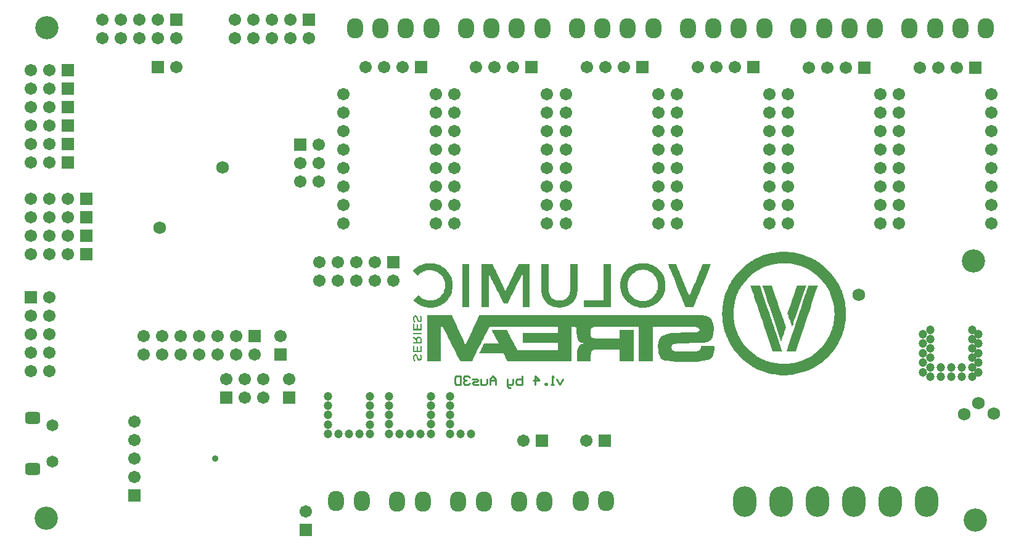
<source format=gbs>
G04 Layer_Color=16711935*
%FSLAX44Y44*%
%MOMM*%
G71*
G01*
G75*
%ADD49C,0.2540*%
%ADD118R,1.7032X1.7032*%
%ADD144O,3.2032X4.2032*%
%ADD145C,1.7128*%
%ADD146R,1.7032X1.7032*%
%ADD147C,1.7032*%
%ADD148O,2.2032X2.8032*%
%ADD149C,3.2032*%
%ADD150C,1.7272*%
%ADD151C,1.2032*%
G04:AMPARAMS|DCode=152|XSize=1.7032mm|YSize=2.1032mm|CornerRadius=0.4766mm|HoleSize=0mm|Usage=FLASHONLY|Rotation=90.000|XOffset=0mm|YOffset=0mm|HoleType=Round|Shape=RoundedRectangle|*
%AMROUNDEDRECTD152*
21,1,1.7032,1.1500,0,0,90.0*
21,1,0.7500,2.1032,0,0,90.0*
1,1,0.9532,0.5750,0.3750*
1,1,0.9532,0.5750,-0.3750*
1,1,0.9532,-0.5750,-0.3750*
1,1,0.9532,-0.5750,0.3750*
%
%ADD152ROUNDEDRECTD152*%
%ADD153C,1.6532*%
%ADD154C,0.9032*%
G36*
X602450Y292399D02*
Y291649D01*
Y291349D01*
Y291199D01*
X590452D01*
Y292099D01*
Y292849D01*
Y293149D01*
Y293299D01*
X602450D01*
Y292399D01*
D02*
G37*
G36*
X592401Y287299D02*
X593751Y286249D01*
X594501Y285649D01*
X594801Y285349D01*
X595101Y286249D01*
X595551Y286999D01*
X595851Y287299D01*
X596001Y287449D01*
X596751Y287899D01*
X597651Y288049D01*
X598101Y288199D01*
X599151D01*
X599751Y288049D01*
X600051Y287899D01*
X600201D01*
X600651Y287599D01*
X601101Y287299D01*
X601251Y286999D01*
X601401Y286849D01*
X601701Y286249D01*
X602001Y285799D01*
X602150Y285349D01*
Y285199D01*
X602300Y284449D01*
X602450Y283699D01*
Y283099D01*
Y282799D01*
Y280850D01*
Y279500D01*
Y278600D01*
Y278300D01*
X590452D01*
Y279200D01*
Y279800D01*
Y280100D01*
Y280250D01*
X594501D01*
Y281450D01*
Y282350D01*
Y282950D01*
Y283099D01*
X592701Y284299D01*
X591501Y285199D01*
X590751Y285799D01*
X590452Y285949D01*
Y287149D01*
Y288049D01*
Y288499D01*
Y288649D01*
X592401Y287299D01*
D02*
G37*
G36*
X594651Y317297D02*
X594951Y317147D01*
X595101Y316997D01*
X595701Y316697D01*
X596001Y316547D01*
Y316397D01*
X596601Y315647D01*
X596901Y315347D01*
Y315197D01*
X597201Y313997D01*
X597351Y313547D01*
Y313397D01*
X597501Y312797D01*
X597651Y312347D01*
X597801Y312047D01*
Y311897D01*
X597951Y311297D01*
Y310997D01*
X598101Y310847D01*
X598551Y310547D01*
X598701Y310397D01*
X599001Y310247D01*
X599301D01*
X599901Y310397D01*
X600051D01*
X600351Y310697D01*
X600501Y310847D01*
Y310997D01*
Y311297D01*
X600651Y311447D01*
Y311597D01*
X600801Y312047D01*
Y312347D01*
X600651Y312947D01*
Y313247D01*
Y314147D01*
X600801Y314297D01*
Y314447D01*
X600651Y315047D01*
X600501Y315347D01*
X600201Y315797D01*
X600051Y315947D01*
X600651Y316397D01*
X601101Y316697D01*
X601251Y316997D01*
X601401D01*
X601701Y316397D01*
X601851Y316247D01*
X602001Y316097D01*
X602300Y315347D01*
X602450Y315047D01*
Y314897D01*
X602601Y314147D01*
Y313847D01*
Y313697D01*
X602751Y312947D01*
Y312647D01*
Y312497D01*
X602601Y311447D01*
Y310997D01*
Y310847D01*
X602450Y310247D01*
X602300Y309797D01*
X602001Y309647D01*
Y309497D01*
X601101Y308747D01*
X600951Y308597D01*
X600801Y308447D01*
X600351Y308147D01*
X599751Y307997D01*
X598701D01*
X598251Y308147D01*
X597951Y308297D01*
X597801D01*
X597351Y308597D01*
X597051Y308897D01*
X596901Y309197D01*
Y309347D01*
X596751Y309647D01*
X596601Y309797D01*
X596301Y310397D01*
X596151Y310547D01*
X595851Y310997D01*
Y311297D01*
X595701Y312197D01*
X595551Y312497D01*
Y312647D01*
X595401Y313547D01*
X595251Y313697D01*
Y313847D01*
X595101Y314297D01*
Y314447D01*
X594951Y314597D01*
X594651Y314897D01*
X594501Y315047D01*
X593301D01*
X593151Y314897D01*
X592851Y314597D01*
X592701Y314447D01*
X592401Y313997D01*
X592251Y313847D01*
Y313697D01*
X592101Y313097D01*
Y312947D01*
Y312797D01*
Y312047D01*
X592251Y311447D01*
X592401Y310997D01*
X592551Y310847D01*
X593001Y310247D01*
X593451Y309647D01*
X593751Y309197D01*
X593901Y309047D01*
X593151Y308447D01*
X592701Y307847D01*
X592401Y307697D01*
X592251Y307547D01*
X591651Y308447D01*
X591202Y309197D01*
X591051Y309797D01*
X590901Y310097D01*
X590602Y310997D01*
X590302Y311897D01*
Y312497D01*
Y312797D01*
Y313547D01*
X590452Y314147D01*
X590602Y314597D01*
X590751Y314747D01*
X591051Y315647D01*
X591202Y315947D01*
X591351Y316097D01*
X592101Y316697D01*
X592251Y316997D01*
X592401D01*
X592851Y317297D01*
X593301Y317446D01*
X594351D01*
X594651Y317297D01*
D02*
G37*
G36*
X592401Y304398D02*
Y303048D01*
Y301848D01*
Y300798D01*
Y300048D01*
Y299448D01*
Y299148D01*
Y298998D01*
X595551D01*
Y300348D01*
Y301548D01*
Y302598D01*
Y303498D01*
Y304098D01*
Y304548D01*
Y304848D01*
Y304998D01*
X597351D01*
Y303648D01*
Y302448D01*
Y301398D01*
Y300498D01*
Y299898D01*
Y299448D01*
Y299148D01*
Y298998D01*
X600501D01*
Y300648D01*
Y301998D01*
Y303048D01*
Y303948D01*
Y304698D01*
Y305148D01*
Y305448D01*
Y305598D01*
X602450D01*
Y303498D01*
Y301848D01*
Y300348D01*
Y298998D01*
Y298098D01*
Y297498D01*
Y297048D01*
Y296898D01*
X590452D01*
Y298998D01*
Y300798D01*
Y302448D01*
Y303798D01*
Y304698D01*
Y305448D01*
Y305898D01*
Y306047D01*
X592401D01*
Y304398D01*
D02*
G37*
G36*
X594651Y264051D02*
X594951Y263901D01*
X595101Y263751D01*
X595701Y263451D01*
X596001Y263301D01*
Y263151D01*
X596601Y262401D01*
X596901Y262101D01*
Y261951D01*
X597201Y260751D01*
X597351Y260301D01*
Y260152D01*
X597501Y259552D01*
X597651Y259102D01*
X597801Y258802D01*
Y258652D01*
X597951Y258202D01*
Y257902D01*
X598101Y257602D01*
X598551Y257302D01*
X598701Y257152D01*
X599001Y257002D01*
X599301D01*
X599901Y257152D01*
X600051D01*
X600351Y257452D01*
X600501Y257602D01*
Y258052D01*
X600651Y258202D01*
X600801Y258802D01*
Y259102D01*
X600651Y259701D01*
Y260002D01*
Y260751D01*
X600801Y261051D01*
Y261201D01*
X600651Y261951D01*
X600501Y262101D01*
X600201Y262551D01*
X600051Y262701D01*
X600651Y263151D01*
X601101Y263451D01*
X601251Y263751D01*
X601401D01*
X601701Y263151D01*
X601851Y263001D01*
X602001Y262851D01*
X602300Y262101D01*
X602450Y261951D01*
Y261801D01*
X602601Y260901D01*
Y260602D01*
Y260452D01*
X602751Y259701D01*
Y259402D01*
Y259252D01*
Y258652D01*
X602601Y258052D01*
Y257752D01*
Y257602D01*
X602300Y256702D01*
X602001Y256402D01*
Y256252D01*
X601551Y255802D01*
X601101Y255502D01*
X600951Y255202D01*
X600801D01*
X599751Y254902D01*
X598701D01*
X598251Y255052D01*
X597801D01*
X597351Y255352D01*
X597051Y255652D01*
X596901Y255952D01*
Y256102D01*
X596751Y256402D01*
X596601Y256552D01*
X596301Y257152D01*
X596151Y257302D01*
X595851Y257752D01*
Y258052D01*
X595701Y258952D01*
X595551Y259252D01*
Y259402D01*
X595401Y260301D01*
X595251Y260452D01*
Y260602D01*
X595101Y261201D01*
X594951Y261501D01*
X594651Y261651D01*
X594501Y261801D01*
X594051Y261951D01*
X593451D01*
X593301Y261801D01*
X593151Y261651D01*
X592851Y261351D01*
X592701Y261201D01*
X592401Y260751D01*
X592251Y260602D01*
Y260452D01*
X592101Y259851D01*
Y259701D01*
Y259552D01*
Y258802D01*
X592251Y258202D01*
X592401Y257752D01*
X592551Y257602D01*
X593001Y257002D01*
X593451Y256402D01*
X593751Y255952D01*
X593901Y255802D01*
X593151Y255202D01*
X592701Y254602D01*
X592401Y254452D01*
X592251Y254302D01*
X591651Y255202D01*
X591202Y255952D01*
X591051Y256552D01*
X590901Y256852D01*
X590602Y257752D01*
X590302Y258652D01*
Y259252D01*
Y259552D01*
Y260301D01*
X590452Y260901D01*
X590602Y261351D01*
X590751Y261501D01*
X591051Y262401D01*
X591202Y262701D01*
X591351Y262851D01*
X592101Y263601D01*
X592251Y263751D01*
X592401D01*
X592851Y264051D01*
X593301Y264201D01*
X594351D01*
X594651Y264051D01*
D02*
G37*
G36*
X1104457Y404739D02*
X1108657Y404439D01*
X1112556Y403839D01*
X1116456Y403089D01*
X1120056Y402339D01*
X1123505Y401439D01*
X1126805Y400389D01*
X1129805Y399339D01*
X1132505Y398289D01*
X1134904Y397240D01*
X1137154Y396340D01*
X1138954Y395590D01*
X1140304Y394840D01*
X1141354Y394240D01*
X1141954Y393940D01*
X1142254Y393790D01*
X1145703Y391690D01*
X1149003Y389290D01*
X1152003Y387040D01*
X1155003Y384491D01*
X1157552Y382091D01*
X1160102Y379691D01*
X1162352Y377291D01*
X1164452Y375042D01*
X1166252Y372792D01*
X1167902Y370842D01*
X1169251Y369042D01*
X1170301Y367542D01*
X1171201Y366342D01*
X1171801Y365292D01*
X1172251Y364692D01*
X1172401Y364543D01*
X1174501Y360793D01*
X1176451Y357193D01*
X1178101Y353593D01*
X1179451Y350294D01*
X1180050Y348794D01*
X1180500Y347594D01*
X1180950Y346394D01*
X1181250Y345344D01*
X1181550Y344444D01*
X1181700Y343844D01*
X1181850Y343544D01*
Y343394D01*
X1182900Y339195D01*
X1183800Y334995D01*
X1184400Y330945D01*
X1184700Y327346D01*
X1184850Y325696D01*
X1185000Y324196D01*
Y322996D01*
X1185150Y321796D01*
Y320896D01*
Y320296D01*
Y319846D01*
Y319696D01*
X1185000Y315197D01*
X1184700Y310847D01*
X1184100Y306798D01*
X1183500Y303348D01*
X1183200Y301698D01*
X1182900Y300348D01*
X1182600Y299148D01*
X1182300Y298098D01*
X1182150Y297198D01*
X1182000Y296598D01*
X1181850Y296298D01*
Y296148D01*
X1180500Y291949D01*
X1179000Y288049D01*
X1177351Y284449D01*
X1175851Y281300D01*
X1175101Y279950D01*
X1174501Y278750D01*
X1173901Y277550D01*
X1173451Y276650D01*
X1173001Y276050D01*
X1172701Y275450D01*
X1172401Y275150D01*
Y275000D01*
X1170151Y271700D01*
X1167902Y268551D01*
X1165352Y265701D01*
X1162952Y262851D01*
X1160402Y260301D01*
X1157852Y257902D01*
X1155453Y255652D01*
X1153053Y253702D01*
X1150803Y251902D01*
X1148703Y250402D01*
X1146903Y249053D01*
X1145253Y247853D01*
X1143904Y247103D01*
X1143004Y246353D01*
X1142254Y246053D01*
X1142104Y245903D01*
X1138504Y243953D01*
X1134904Y242303D01*
X1131155Y240803D01*
X1127555Y239603D01*
X1123955Y238553D01*
X1120506Y237653D01*
X1117206Y236903D01*
X1114056Y236304D01*
X1111056Y235854D01*
X1108507Y235554D01*
X1106107Y235254D01*
X1104157Y235104D01*
X1102507D01*
X1101307Y234954D01*
X1100257D01*
X1095908Y235104D01*
X1091858Y235404D01*
X1087808Y236004D01*
X1083909Y236754D01*
X1080309Y237504D01*
X1076709Y238403D01*
X1073560Y239453D01*
X1070560Y240503D01*
X1067860Y241553D01*
X1065310Y242603D01*
X1063211Y243503D01*
X1061411Y244253D01*
X1060061Y245003D01*
X1059011Y245603D01*
X1058261Y245903D01*
X1058111Y246053D01*
X1054661Y248153D01*
X1051362Y250552D01*
X1048212Y252802D01*
X1045362Y255352D01*
X1042662Y257752D01*
X1040113Y260152D01*
X1037863Y262551D01*
X1035763Y264801D01*
X1033963Y266901D01*
X1032313Y268851D01*
X1030963Y270651D01*
X1029913Y272150D01*
X1029014Y273350D01*
X1028264Y274400D01*
X1027964Y275000D01*
X1027814Y275150D01*
X1025714Y278750D01*
X1023764Y282500D01*
X1022114Y285949D01*
X1020764Y289249D01*
X1020314Y290749D01*
X1019714Y292099D01*
X1019414Y293149D01*
X1018964Y294198D01*
X1018664Y295098D01*
X1018514Y295698D01*
X1018364Y295998D01*
Y296148D01*
X1017315Y300498D01*
X1016415Y304698D01*
X1015815Y308597D01*
X1015515Y312197D01*
X1015365Y313847D01*
X1015215Y315197D01*
Y316547D01*
X1015065Y317596D01*
Y318496D01*
Y319096D01*
Y319546D01*
Y319696D01*
X1015215Y324346D01*
X1015515Y328696D01*
X1016115Y332745D01*
X1016715Y336345D01*
X1017015Y337845D01*
X1017315Y339345D01*
X1017615Y340545D01*
X1017915Y341594D01*
X1018064Y342344D01*
X1018214Y343094D01*
X1018364Y343394D01*
Y343544D01*
X1019714Y347744D01*
X1021364Y351644D01*
X1022864Y355243D01*
X1024364Y358393D01*
X1025114Y359743D01*
X1025714Y360943D01*
X1026314Y361993D01*
X1026764Y362893D01*
X1027214Y363643D01*
X1027514Y364092D01*
X1027814Y364393D01*
Y364543D01*
X1030063Y367842D01*
X1032313Y370992D01*
X1034713Y373992D01*
X1037263Y376841D01*
X1039813Y379391D01*
X1042362Y381791D01*
X1044762Y384041D01*
X1047162Y385991D01*
X1049412Y387790D01*
X1051512Y389440D01*
X1053311Y390640D01*
X1054961Y391840D01*
X1056311Y392590D01*
X1057211Y393340D01*
X1057961Y393640D01*
X1058111Y393790D01*
X1061711Y395740D01*
X1065460Y397390D01*
X1069060Y398890D01*
X1072660Y400239D01*
X1076259Y401289D01*
X1079859Y402189D01*
X1083159Y402939D01*
X1086309Y403539D01*
X1089308Y403989D01*
X1092008Y404289D01*
X1094258Y404589D01*
X1096358Y404739D01*
X1098008Y404889D01*
X1100257D01*
X1104457Y404739D01*
D02*
G37*
G36*
X991067Y316997D02*
X993017Y316547D01*
X994667Y316097D01*
X996016Y315497D01*
X996916Y315047D01*
X997516Y314747D01*
X997666Y314597D01*
X998566Y313847D01*
X999316Y313097D01*
X1000516Y311597D01*
X1000966Y310997D01*
X1001266Y310397D01*
X1001416Y310097D01*
Y309947D01*
X1002166Y307697D01*
X1002766Y305598D01*
X1002916Y304698D01*
X1003066Y303948D01*
X1003216Y303498D01*
Y303348D01*
X1003516Y301998D01*
X1003666Y300798D01*
Y299898D01*
Y299748D01*
Y299598D01*
Y298248D01*
Y297198D01*
X1003516Y296448D01*
Y296298D01*
Y296148D01*
X1003216Y294499D01*
X1003066Y292999D01*
X1002916Y291649D01*
X1002616Y290599D01*
X1002466Y289699D01*
Y288949D01*
X1002316Y288499D01*
Y288349D01*
X1002016Y287149D01*
X1001416Y286249D01*
X1000366Y284449D01*
X999766Y283849D01*
X999316Y283400D01*
X999016Y283099D01*
X998866Y282950D01*
X997366Y281900D01*
X995866Y281150D01*
X995266Y280850D01*
X994817Y280700D01*
X994517Y280550D01*
X994367D01*
X992417Y280100D01*
X990617Y279950D01*
X989867Y279800D01*
X989267Y279650D01*
X988817D01*
X984617Y279350D01*
X982667Y279200D01*
X970369D01*
X968719Y279050D01*
X967219Y278900D01*
X966169Y278750D01*
X965569Y278600D01*
X965269D01*
X964069Y278450D01*
X963019D01*
X962119Y278300D01*
X960320D01*
X958970Y278450D01*
X954770D01*
X953420Y278300D01*
X952220D01*
X951320Y278150D01*
X950570D01*
X950120Y278000D01*
X949970D01*
X948771Y277850D01*
X947870Y277550D01*
X947121Y277100D01*
X946521Y276650D01*
X946221Y276200D01*
X945921Y275750D01*
X945771Y275600D01*
Y275450D01*
X945621Y273950D01*
Y272750D01*
X945771Y271850D01*
Y271700D01*
Y271551D01*
X946221Y270351D01*
X946671Y269601D01*
X947121Y269151D01*
X947271Y269001D01*
X948471Y268551D01*
X949820Y268251D01*
X950420Y268101D01*
X958970D01*
X961519Y267951D01*
X962719D01*
X963619Y267801D01*
X976818D01*
X978618Y267951D01*
X979218D01*
X979818Y268101D01*
X980268D01*
X981168Y268251D01*
X981918Y268401D01*
X982968Y268701D01*
X983568Y269001D01*
X983717Y269151D01*
X984467Y269901D01*
X984917Y270801D01*
X985217Y271401D01*
X985367Y271700D01*
X985667Y273050D01*
X985817Y274250D01*
Y275150D01*
Y275300D01*
Y275450D01*
X1004116D01*
X1004416Y274100D01*
Y272750D01*
Y272300D01*
Y271850D01*
Y271551D01*
Y271401D01*
X1004266Y269751D01*
X1004116Y268551D01*
X1003966Y267801D01*
Y267501D01*
X1003666Y265701D01*
X1003216Y264201D01*
X1002766Y262851D01*
X1002316Y261651D01*
X1001716Y260602D01*
X1001266Y259701D01*
X1000066Y258352D01*
X999016Y257452D01*
X998116Y256852D01*
X997516Y256702D01*
X997366Y256552D01*
X995266Y256102D01*
X992867Y255502D01*
X990467Y255052D01*
X988067Y254602D01*
X985967Y254302D01*
X984167Y254002D01*
X983568Y253852D01*
X983118Y253702D01*
X978618D01*
X977118Y253552D01*
X950120D01*
X947721Y253852D01*
X945321Y254302D01*
X943371Y254452D01*
X941571Y254752D01*
X940071Y254902D01*
X939021D01*
X938421Y255052D01*
X938121D01*
X936172Y255352D01*
X934522Y256102D01*
X933022Y256852D01*
X931822Y257902D01*
X930922Y258802D01*
X930322Y259552D01*
X929872Y260152D01*
X929722Y260301D01*
X928972Y261951D01*
X928372Y263451D01*
X928222Y264201D01*
X928072Y264651D01*
X927922Y264951D01*
Y265101D01*
X927622Y267201D01*
X927322Y269151D01*
Y269901D01*
X927172Y270501D01*
Y270801D01*
Y270951D01*
X927022Y273200D01*
Y275150D01*
Y276950D01*
X927172Y278600D01*
X927472Y280100D01*
X927772Y281450D01*
X928072Y282649D01*
X928372Y283549D01*
X928972Y285199D01*
X929722Y286399D01*
X930172Y286999D01*
X930322Y287149D01*
X931972Y288499D01*
X934072Y289699D01*
X936471Y290749D01*
X938721Y291499D01*
X940821Y292099D01*
X942471Y292549D01*
X943221Y292699D01*
X943671Y292849D01*
X944121D01*
X946521Y292999D01*
X948471D01*
X949370Y293149D01*
X950570D01*
X952970Y293299D01*
X954020Y293449D01*
X957020D01*
X958520Y293599D01*
X961369D01*
X963019Y293749D01*
X965719D01*
X969319Y294049D01*
X971118Y294198D01*
X974268D01*
X975468Y294049D01*
X978618D01*
X980418Y294349D01*
X981768Y294799D01*
X982818Y295398D01*
X983568Y296148D01*
X984167Y296598D01*
X984317Y297048D01*
X984467Y297198D01*
X984017Y298548D01*
X983418Y299448D01*
X982368Y300198D01*
X981318Y300648D01*
X980418Y300948D01*
X979518Y301098D01*
X978918Y301248D01*
X920273D01*
Y296898D01*
Y292699D01*
Y288649D01*
Y285199D01*
Y283549D01*
Y282200D01*
Y281000D01*
Y279800D01*
Y279050D01*
Y278450D01*
Y278000D01*
Y277850D01*
Y273500D01*
Y269301D01*
Y265251D01*
Y261651D01*
Y260152D01*
Y258652D01*
Y257452D01*
Y256402D01*
Y255502D01*
Y254902D01*
Y254452D01*
Y254302D01*
X900175D01*
Y258652D01*
Y263001D01*
Y266901D01*
Y270501D01*
Y272150D01*
Y273500D01*
Y274850D01*
Y275900D01*
Y276650D01*
Y277400D01*
Y277700D01*
Y277850D01*
Y282200D01*
Y286399D01*
Y290449D01*
Y293899D01*
Y295548D01*
Y296898D01*
Y298248D01*
Y299298D01*
Y300048D01*
Y300798D01*
Y301098D01*
Y301248D01*
X847079D01*
X845579Y301398D01*
X840330D01*
X838830Y301248D01*
X837630Y300798D01*
X836730Y300348D01*
X835980Y299898D01*
X835530Y299598D01*
X835230Y299298D01*
Y299148D01*
X834780Y298248D01*
X834480Y297198D01*
X834330Y295098D01*
X834180Y294198D01*
X834330Y293449D01*
Y292849D01*
Y292699D01*
X834480Y291199D01*
X834780Y289849D01*
X835080Y288949D01*
X835380Y288199D01*
X835680Y287599D01*
X835980Y287299D01*
X836130Y286999D01*
X836280D01*
X837030Y286549D01*
X837780Y286249D01*
X839430Y285949D01*
X840180Y285799D01*
X874377D01*
Y287899D01*
Y289699D01*
Y290449D01*
Y291049D01*
Y291349D01*
Y291499D01*
Y293449D01*
Y295249D01*
Y295998D01*
Y296598D01*
Y296898D01*
Y297048D01*
X893575D01*
Y292999D01*
Y289099D01*
Y285499D01*
Y282350D01*
Y280850D01*
Y279650D01*
Y278450D01*
Y277550D01*
Y276800D01*
Y276200D01*
Y275900D01*
Y275750D01*
Y271700D01*
Y267801D01*
Y264201D01*
Y260901D01*
Y259402D01*
Y258202D01*
Y257002D01*
Y255952D01*
Y255202D01*
Y254602D01*
Y254302D01*
Y254152D01*
X874377D01*
Y257152D01*
Y258502D01*
Y259701D01*
Y260751D01*
Y261501D01*
Y262101D01*
Y262251D01*
Y265251D01*
Y266601D01*
Y267801D01*
Y268851D01*
Y269601D01*
Y270201D01*
Y270351D01*
X840630D01*
X839580Y270201D01*
X838680Y269901D01*
X837930Y269751D01*
X837480Y269451D01*
X837030Y269151D01*
X836730Y269001D01*
X836130Y268251D01*
X835530Y267351D01*
X835080Y265251D01*
X834930Y264351D01*
X834780Y263451D01*
Y262851D01*
Y262701D01*
Y260901D01*
X834630Y259402D01*
Y257902D01*
Y256702D01*
Y255652D01*
Y254902D01*
Y254452D01*
Y254302D01*
X815882D01*
Y256552D01*
X815732Y258652D01*
Y259402D01*
Y260002D01*
Y260452D01*
Y260602D01*
Y262851D01*
Y264651D01*
X815882Y265401D01*
Y266001D01*
Y266301D01*
Y266451D01*
X816032Y268401D01*
X816332Y270051D01*
X816782Y271551D01*
X817232Y272750D01*
X817532Y273800D01*
X817982Y274550D01*
X818132Y275000D01*
X818282Y275150D01*
X819182Y276350D01*
X820382Y277100D01*
X821731Y277700D01*
X823081Y278150D01*
X824281Y278450D01*
X825331Y278600D01*
X826231D01*
X825331Y278900D01*
X824581Y279050D01*
X824131Y279200D01*
X823981D01*
X823081Y279500D01*
X822181Y279800D01*
X821581Y279950D01*
X821432D01*
X820232Y280700D01*
X819182Y281450D01*
X818432Y282200D01*
X817682Y282950D01*
X817232Y283699D01*
X816932Y284299D01*
X816782Y284599D01*
Y284749D01*
X816482Y285949D01*
X816182Y287299D01*
X815732Y289849D01*
X815582Y290899D01*
X815432Y291799D01*
X815282Y292399D01*
Y292549D01*
Y294198D01*
Y295548D01*
Y296448D01*
Y296598D01*
Y296748D01*
Y298398D01*
Y299748D01*
Y300348D01*
Y300798D01*
Y300948D01*
Y301098D01*
X813932D01*
X812882Y301248D01*
X808233D01*
Y296898D01*
Y292699D01*
Y288649D01*
Y285199D01*
Y283549D01*
Y282200D01*
Y281000D01*
Y279800D01*
Y279050D01*
Y278450D01*
Y278000D01*
Y277850D01*
Y273500D01*
Y269301D01*
Y265251D01*
Y261651D01*
Y260152D01*
Y258652D01*
Y257452D01*
Y256402D01*
Y255502D01*
Y254902D01*
Y254452D01*
Y254302D01*
X720190D01*
X719140Y256252D01*
X718390Y257902D01*
X717941Y258652D01*
X717791Y259102D01*
X717490Y259402D01*
Y259552D01*
X716591Y261501D01*
X715691Y263301D01*
X715391Y263901D01*
X715091Y264501D01*
X714941Y264801D01*
Y264951D01*
X681494D01*
X682693Y267501D01*
X683143Y268701D01*
X683743Y269751D01*
X684043Y270651D01*
X684343Y271250D01*
X684643Y271700D01*
Y271850D01*
X685843Y274400D01*
X686293Y275600D01*
X686893Y276650D01*
X687193Y277400D01*
X687493Y278000D01*
X687793Y278450D01*
Y278600D01*
X708041D01*
X706392Y281900D01*
X705641Y283549D01*
X704892Y284899D01*
X704292Y286099D01*
X703842Y286999D01*
X703542Y287599D01*
X703392Y287749D01*
X701592Y291199D01*
X700842Y292849D01*
X700092Y294198D01*
X699492Y295398D01*
X699042Y296298D01*
X698742Y296898D01*
X698592Y297048D01*
X709091D01*
X712841Y297198D01*
X719290D01*
X720640Y294648D01*
X721990Y292099D01*
X723340Y289699D01*
X724390Y287599D01*
X725440Y285799D01*
X726190Y284449D01*
X726640Y283549D01*
X726790Y283400D01*
Y283249D01*
X729490Y278300D01*
X730689Y275900D01*
X731739Y273800D01*
X732789Y272001D01*
X733539Y270651D01*
X733989Y269751D01*
X734139Y269601D01*
Y269451D01*
X789784D01*
Y271401D01*
Y272900D01*
Y273650D01*
Y274100D01*
Y274400D01*
Y274550D01*
Y276350D01*
Y278000D01*
Y278600D01*
Y279050D01*
Y279350D01*
Y279500D01*
X741488D01*
Y282050D01*
Y283249D01*
Y284299D01*
Y285199D01*
Y285949D01*
Y286399D01*
Y286549D01*
Y289099D01*
Y290149D01*
Y291199D01*
Y292099D01*
Y292699D01*
Y293149D01*
Y293299D01*
X789784D01*
Y294799D01*
Y295998D01*
Y296898D01*
Y297048D01*
Y297198D01*
Y298698D01*
Y300048D01*
Y300948D01*
Y301098D01*
Y301248D01*
X695292D01*
X693043Y296898D01*
X690943Y292699D01*
X688843Y288649D01*
X687043Y285049D01*
X686293Y283549D01*
X685543Y282050D01*
X684793Y280850D01*
X684343Y279800D01*
X683893Y278900D01*
X683594Y278300D01*
X683294Y277850D01*
Y277700D01*
X681044Y273350D01*
X678944Y269151D01*
X676844Y265101D01*
X675044Y261501D01*
X674294Y260002D01*
X673544Y258502D01*
X672794Y257302D01*
X672344Y256252D01*
X671895Y255352D01*
X671594Y254752D01*
X671294Y254302D01*
Y254152D01*
X655396D01*
X653146Y258502D01*
X650896Y262851D01*
X648947Y266751D01*
X647147Y270351D01*
X646247Y272001D01*
X645497Y273350D01*
X644897Y274700D01*
X644447Y275750D01*
X643997Y276500D01*
X643697Y277250D01*
X643397Y277550D01*
Y277700D01*
X641147Y282050D01*
X639047Y286399D01*
X637098Y290299D01*
X635298Y293899D01*
X634548Y295548D01*
X633798Y296898D01*
X633048Y298248D01*
X632598Y299298D01*
X632148Y300048D01*
X631848Y300798D01*
X631548Y301098D01*
Y301248D01*
X628548D01*
Y296898D01*
X628698Y292699D01*
Y288649D01*
Y285049D01*
Y283549D01*
Y282050D01*
Y280850D01*
Y279800D01*
Y278900D01*
Y278300D01*
Y277850D01*
Y277700D01*
Y273350D01*
X628848Y269151D01*
Y265101D01*
Y261501D01*
Y260002D01*
X628998Y258502D01*
Y257302D01*
Y256252D01*
Y255352D01*
Y254752D01*
Y254302D01*
Y254152D01*
X610100D01*
Y260002D01*
Y265851D01*
Y271101D01*
Y273500D01*
Y275900D01*
Y278000D01*
Y279950D01*
Y281600D01*
Y282950D01*
Y284149D01*
Y284899D01*
Y285499D01*
Y285649D01*
Y291649D01*
Y297348D01*
Y302598D01*
Y305148D01*
Y307397D01*
Y309497D01*
Y311447D01*
Y313097D01*
Y314597D01*
Y315797D01*
Y316547D01*
Y317147D01*
Y317297D01*
X636497D01*
X638897Y317446D01*
X643997D01*
X645647Y313697D01*
X647297Y309947D01*
X648796Y306497D01*
X650296Y303498D01*
X651496Y300798D01*
X651946Y299748D01*
X652396Y298848D01*
X652696Y298098D01*
X652996Y297498D01*
X653146Y297198D01*
Y297048D01*
X654946Y293299D01*
X656596Y289699D01*
X658246Y286249D01*
X659595Y283249D01*
X660795Y280700D01*
X661245Y279650D01*
X661695Y278750D01*
X661995Y278000D01*
X662295Y277400D01*
X662445Y277100D01*
Y276950D01*
X662595D01*
Y276800D01*
X662745D01*
X664545Y280550D01*
X666195Y284149D01*
X667845Y287599D01*
X669195Y290599D01*
X670395Y293149D01*
X670994Y294198D01*
X671444Y295249D01*
X671745Y295848D01*
X672045Y296448D01*
X672194Y296748D01*
Y296898D01*
X673844Y300648D01*
X675494Y304398D01*
X677144Y307847D01*
X678494Y310997D01*
X679094Y312347D01*
X679694Y313697D01*
X680294Y314747D01*
X680594Y315647D01*
X681044Y316397D01*
X681344Y316997D01*
X681494Y317297D01*
Y317446D01*
X988667D01*
X991067Y316997D01*
D02*
G37*
G36*
X592401Y274100D02*
Y272600D01*
Y271401D01*
Y270501D01*
Y269601D01*
Y269151D01*
Y268851D01*
Y268701D01*
X595551D01*
Y270051D01*
Y271401D01*
Y272300D01*
Y273200D01*
Y273800D01*
Y274250D01*
Y274400D01*
Y274550D01*
X597351D01*
Y273200D01*
Y272001D01*
Y270951D01*
Y270201D01*
Y269601D01*
Y269001D01*
Y268851D01*
Y268701D01*
X600501D01*
Y270351D01*
Y271700D01*
Y272750D01*
Y273800D01*
Y274550D01*
Y275000D01*
Y275300D01*
Y275450D01*
X602450D01*
Y273350D01*
Y271551D01*
Y269901D01*
Y268701D01*
Y267651D01*
Y267051D01*
Y266601D01*
Y266451D01*
X590452D01*
Y268701D01*
Y270501D01*
Y272150D01*
Y273500D01*
Y274400D01*
Y275150D01*
Y275600D01*
Y275750D01*
X592401D01*
Y274100D01*
D02*
G37*
G36*
X996766Y380591D02*
X994066Y373992D01*
X991517Y367692D01*
X989117Y361993D01*
X987017Y356743D01*
X985067Y351944D01*
X983268Y347444D01*
X981768Y343544D01*
X980268Y340095D01*
X979068Y337095D01*
X978018Y334545D01*
X977268Y332595D01*
X976668Y330945D01*
X976068Y329745D01*
X975918Y329146D01*
X975768Y328845D01*
X964669D01*
X961819Y336045D01*
X958970Y342644D01*
X956570Y348944D01*
X954170Y354643D01*
X952070Y359893D01*
X950120Y364842D01*
X948320Y369192D01*
X946671Y373092D01*
X945321Y376541D01*
X944121Y379541D01*
X943071Y382091D01*
X942321Y384041D01*
X941571Y385691D01*
X941121Y386890D01*
X940971Y387491D01*
X940821Y387790D01*
X952070D01*
X954170Y382391D01*
X956270Y377441D01*
X958220Y372792D01*
X959870Y368442D01*
X961519Y364543D01*
X963019Y360943D01*
X964369Y357643D01*
X965569Y354793D01*
X966619Y352094D01*
X967519Y349844D01*
X968269Y348044D01*
X968869Y346394D01*
X969469Y345194D01*
X969769Y344444D01*
X969919Y343844D01*
X970069Y343694D01*
X972318Y348944D01*
X974268Y354043D01*
X976218Y358693D01*
X978018Y362893D01*
X979668Y366942D01*
X981168Y370542D01*
X982517Y373842D01*
X983717Y376691D01*
X984917Y379241D01*
X985817Y381491D01*
X986567Y383441D01*
X987167Y385091D01*
X987767Y386291D01*
X988067Y387040D01*
X988217Y387640D01*
X988367Y387790D01*
X999616D01*
X996766Y380591D01*
D02*
G37*
G36*
X615799Y388990D02*
X618199Y388840D01*
X620299Y388540D01*
X622099Y388240D01*
X623749Y387790D01*
X624799Y387491D01*
X625549Y387341D01*
X625849Y387191D01*
X627948Y386291D01*
X629748Y385241D01*
X631548Y384041D01*
X633048Y382991D01*
X634248Y381941D01*
X635298Y381191D01*
X635898Y380591D01*
X636048Y380441D01*
X637547Y378791D01*
X638897Y376991D01*
X640097Y375341D01*
X640997Y373842D01*
X641747Y372492D01*
X642347Y371442D01*
X642647Y370842D01*
X642797Y370542D01*
X643547Y368442D01*
X644147Y366342D01*
X644447Y364243D01*
X644747Y362443D01*
X644897Y360793D01*
X645047Y359443D01*
Y358693D01*
Y358543D01*
Y358393D01*
X644897Y355993D01*
X644747Y353743D01*
X644297Y351644D01*
X643847Y349994D01*
X643547Y348494D01*
X643097Y347294D01*
X642947Y346694D01*
X642797Y346394D01*
X641897Y344444D01*
X640847Y342644D01*
X639797Y340994D01*
X638747Y339645D01*
X637847Y338445D01*
X637098Y337545D01*
X636497Y336945D01*
X636348Y336795D01*
X634548Y335295D01*
X632898Y333945D01*
X631248Y332745D01*
X629598Y331845D01*
X628248Y331095D01*
X627198Y330645D01*
X626598Y330345D01*
X626298Y330195D01*
X624199Y329445D01*
X622099Y328845D01*
X619999Y328546D01*
X618199Y328246D01*
X616549Y328096D01*
X615199Y327946D01*
X614150D01*
X611600Y328096D01*
X609350Y328396D01*
X607100Y328845D01*
X605300Y329296D01*
X603800Y329745D01*
X602601Y330195D01*
X602001Y330495D01*
X601701Y330645D01*
X599601Y331695D01*
X597651Y332895D01*
X595851Y334245D01*
X594351Y335445D01*
X593151Y336645D01*
X592101Y337545D01*
X591501Y338145D01*
X591351Y338445D01*
X592851Y340095D01*
X594201Y341445D01*
X595251Y342494D01*
X596151Y343544D01*
X596901Y344294D01*
X597351Y344744D01*
X597651Y345044D01*
X597801Y345194D01*
X599301Y343844D01*
X600651Y342794D01*
X601701Y342044D01*
X601851Y341744D01*
X602001D01*
X603350Y340844D01*
X604400Y340245D01*
X605300Y339795D01*
X605450Y339645D01*
X605600D01*
X607100Y339045D01*
X608450Y338595D01*
X609500Y338445D01*
X609650Y338295D01*
X609800D01*
X611450Y337995D01*
X613100Y337845D01*
X614599D01*
X617599Y337995D01*
X618799Y338295D01*
X619999Y338595D01*
X620899Y338745D01*
X621649Y339045D01*
X622099Y339195D01*
X622249D01*
X624649Y340545D01*
X625849Y341295D01*
X626748Y342044D01*
X627498Y342644D01*
X628098Y343244D01*
X628548Y343544D01*
X628698Y343694D01*
X630648Y346094D01*
X631998Y348194D01*
X632598Y349094D01*
X632898Y349844D01*
X633048Y350294D01*
X633198Y350444D01*
X634098Y353443D01*
X634398Y354793D01*
X634548Y355993D01*
Y357043D01*
X634698Y357943D01*
Y358543D01*
Y358693D01*
X634398Y361843D01*
X634248Y363343D01*
X633948Y364543D01*
X633648Y365592D01*
X633498Y366342D01*
X633198Y366792D01*
Y366942D01*
X631698Y369492D01*
X630948Y370692D01*
X630198Y371592D01*
X629598Y372492D01*
X628998Y373092D01*
X628698Y373392D01*
X628548Y373542D01*
X627348Y374592D01*
X626148Y375491D01*
X624049Y376841D01*
X623149Y377291D01*
X622399Y377591D01*
X621949Y377891D01*
X621799D01*
X618799Y378791D01*
X617449Y379091D01*
X616249Y379241D01*
X615199Y379391D01*
X611750D01*
X610250Y379241D01*
X609650D01*
X609200Y379091D01*
X608750D01*
X607100Y378641D01*
X605750Y378191D01*
X604850Y377891D01*
X604700Y377741D01*
X604550D01*
X603200Y376991D01*
X602001Y376241D01*
X601101Y375792D01*
X600951Y375491D01*
X600801D01*
X599301Y374442D01*
X597951Y373242D01*
X597051Y372342D01*
X596901Y372192D01*
X596751Y372042D01*
X595251Y373692D01*
X593901Y375042D01*
X592851Y376391D01*
X591951Y377291D01*
X591202Y378041D01*
X590751Y378641D01*
X590452Y378941D01*
X590302Y379091D01*
X592101Y380891D01*
X593901Y382391D01*
X595551Y383591D01*
X597201Y384641D01*
X598551Y385541D01*
X599751Y386141D01*
X600351Y386441D01*
X600651Y386590D01*
X602900Y387491D01*
X605150Y388090D01*
X607250Y388540D01*
X609200Y388840D01*
X610850Y388990D01*
X612200Y389140D01*
X613400D01*
X615799Y388990D01*
D02*
G37*
G36*
X816632Y383741D02*
Y379991D01*
Y376541D01*
Y373242D01*
Y370392D01*
Y367692D01*
Y365142D01*
Y362893D01*
Y360943D01*
Y359293D01*
Y357943D01*
Y356743D01*
Y355843D01*
Y355093D01*
Y354793D01*
Y354643D01*
X816482Y352393D01*
X816332Y350294D01*
X816032Y348344D01*
X815732Y346694D01*
X815432Y345344D01*
X815282Y344294D01*
X814982Y343694D01*
Y343394D01*
X814232Y341594D01*
X813332Y339945D01*
X812582Y338595D01*
X811682Y337395D01*
X810932Y336345D01*
X810332Y335595D01*
X809883Y335145D01*
X809733Y334995D01*
X806883Y332745D01*
X805533Y331995D01*
X804333Y331245D01*
X803133Y330645D01*
X802383Y330195D01*
X801783Y330045D01*
X801633Y329896D01*
X799833Y329296D01*
X798034Y328845D01*
X796384Y328546D01*
X794884Y328396D01*
X793534Y328246D01*
X792484Y328096D01*
X791584D01*
X789634Y328246D01*
X787684Y328396D01*
X786035Y328696D01*
X784535Y328996D01*
X783335Y329296D01*
X782435Y329595D01*
X781835Y329896D01*
X781685D01*
X778535Y331395D01*
X777185Y332295D01*
X775985Y333195D01*
X774936Y333795D01*
X774186Y334395D01*
X773736Y334845D01*
X773586Y334995D01*
X772386Y336345D01*
X771336Y337695D01*
X770436Y339195D01*
X769686Y340545D01*
X769086Y341594D01*
X768636Y342644D01*
X768486Y343244D01*
X768336Y343394D01*
X767736Y345344D01*
X767286Y347294D01*
X766986Y349094D01*
X766686Y350894D01*
Y352393D01*
X766536Y353593D01*
Y354343D01*
Y354643D01*
Y358693D01*
Y362443D01*
Y365892D01*
Y369192D01*
Y372192D01*
Y374892D01*
Y377291D01*
Y379541D01*
Y381491D01*
Y383141D01*
Y384641D01*
Y385691D01*
Y386590D01*
Y387341D01*
Y387640D01*
Y387790D01*
X776585D01*
Y383891D01*
Y380141D01*
Y376691D01*
Y373542D01*
Y370542D01*
Y367842D01*
Y365442D01*
Y363343D01*
Y361393D01*
Y359743D01*
Y358243D01*
Y357193D01*
Y356293D01*
Y355543D01*
Y355243D01*
Y355093D01*
X776735Y352393D01*
X776885Y351194D01*
X777035Y350144D01*
X777185Y349244D01*
X777335Y348644D01*
X777485Y348194D01*
Y348044D01*
X778385Y345794D01*
X778835Y344744D01*
X779435Y343994D01*
X779735Y343394D01*
X780185Y342944D01*
X780335Y342644D01*
X780485Y342494D01*
X782135Y340844D01*
X783785Y339795D01*
X784385Y339345D01*
X784985Y339045D01*
X785285Y338745D01*
X785435D01*
X787534Y338145D01*
X789484Y337845D01*
X790384Y337695D01*
X791584D01*
X794134Y337845D01*
X795184Y337995D01*
X796084Y338295D01*
X796834Y338445D01*
X797434Y338595D01*
X797734Y338745D01*
X797884D01*
X799833Y339945D01*
X801333Y341144D01*
X801933Y341594D01*
X802383Y342044D01*
X802533Y342344D01*
X802683Y342494D01*
X804033Y344144D01*
X804933Y345944D01*
X805233Y346694D01*
X805533Y347294D01*
X805683Y347594D01*
Y347744D01*
X806283Y350294D01*
X806433Y351494D01*
X806583Y352543D01*
Y353593D01*
Y354343D01*
Y354793D01*
Y354943D01*
Y358993D01*
Y362593D01*
Y366042D01*
Y369342D01*
Y372342D01*
Y374892D01*
Y377441D01*
Y379541D01*
Y381491D01*
Y383141D01*
Y384641D01*
Y385691D01*
Y386590D01*
Y387341D01*
Y387640D01*
Y387790D01*
X816632D01*
Y383741D01*
D02*
G37*
G36*
X862378Y380591D02*
Y373992D01*
Y367692D01*
Y361993D01*
Y356743D01*
Y351944D01*
Y347444D01*
Y343544D01*
Y340095D01*
Y337095D01*
Y334545D01*
Y332595D01*
Y330945D01*
Y329745D01*
Y329146D01*
Y328845D01*
X825481D01*
Y330945D01*
Y332895D01*
Y334545D01*
Y335745D01*
Y336795D01*
Y337545D01*
Y337995D01*
Y338145D01*
X852479D01*
Y344144D01*
Y349844D01*
Y355093D01*
Y359893D01*
Y364393D01*
Y368442D01*
Y372042D01*
Y375341D01*
Y378341D01*
Y380891D01*
Y382991D01*
Y384641D01*
Y385991D01*
Y387040D01*
Y387640D01*
Y387790D01*
X862378D01*
Y380591D01*
D02*
G37*
G36*
X750938D02*
Y373992D01*
Y367692D01*
Y361993D01*
Y356743D01*
Y351944D01*
Y347444D01*
Y343544D01*
Y340095D01*
Y337095D01*
Y334545D01*
Y332595D01*
Y330945D01*
Y329745D01*
Y329146D01*
Y328845D01*
X740889D01*
Y334395D01*
Y339645D01*
Y344444D01*
Y348944D01*
Y353143D01*
Y356893D01*
Y360343D01*
Y363343D01*
Y366042D01*
Y368442D01*
Y370392D01*
Y372042D01*
Y373242D01*
Y374142D01*
Y374742D01*
Y374892D01*
X738339Y369942D01*
X736089Y365292D01*
X733989Y360943D01*
X731889Y357043D01*
X730089Y353293D01*
X728440Y349994D01*
X726790Y346844D01*
X725440Y344144D01*
X724240Y341744D01*
X723190Y339645D01*
X722290Y337995D01*
X721690Y336495D01*
X721090Y335445D01*
X720640Y334545D01*
X720490Y334095D01*
X720340Y333945D01*
X714941D01*
X712391Y338895D01*
X710141Y343544D01*
X707891Y347894D01*
X705941Y351794D01*
X703992Y355543D01*
X702342Y358843D01*
X700842Y361993D01*
X699492Y364692D01*
X698292Y367092D01*
X697242Y369192D01*
X696342Y370842D01*
X695592Y372342D01*
X695143Y373392D01*
X694693Y374292D01*
X694392Y374742D01*
Y369342D01*
Y364092D01*
Y359293D01*
Y354793D01*
Y350594D01*
Y346844D01*
Y343394D01*
Y340395D01*
Y337695D01*
Y335295D01*
Y333345D01*
Y331695D01*
Y330495D01*
Y329595D01*
Y328996D01*
Y328845D01*
X684193D01*
Y336045D01*
Y342644D01*
Y348944D01*
Y354643D01*
Y359893D01*
Y364842D01*
Y369192D01*
Y373092D01*
Y376541D01*
Y379541D01*
Y382091D01*
Y384041D01*
Y385691D01*
Y386890D01*
Y387491D01*
Y387790D01*
X699492D01*
X701592Y383291D01*
X703692Y379091D01*
X705641Y375191D01*
X707291Y371592D01*
X708941Y368292D01*
X710441Y365142D01*
X711791Y362443D01*
X712991Y360043D01*
X714041Y357793D01*
X714941Y355993D01*
X715691Y354343D01*
X716291Y352994D01*
X716891Y352094D01*
X717190Y351344D01*
X717340Y350894D01*
X717490Y350744D01*
X719590Y355243D01*
X721690Y359443D01*
X723490Y363343D01*
X725290Y366942D01*
X726940Y370242D01*
X728290Y373242D01*
X729640Y376091D01*
X730839Y378491D01*
X731889Y380741D01*
X732789Y382541D01*
X733539Y384191D01*
X734139Y385541D01*
X734739Y386441D01*
X735039Y387191D01*
X735339Y387640D01*
Y387790D01*
X750938D01*
Y380591D01*
D02*
G37*
G36*
X908574Y388840D02*
X910974Y388690D01*
X913074Y388390D01*
X914873Y387940D01*
X916373Y387491D01*
X917423Y387191D01*
X918173Y387040D01*
X918473Y386890D01*
X920423Y385991D01*
X922373Y384941D01*
X924023Y383891D01*
X925523Y382841D01*
X926722Y381791D01*
X927622Y381041D01*
X928222Y380441D01*
X928372Y380291D01*
X930022Y378641D01*
X931372Y376991D01*
X932572Y375341D01*
X933622Y373992D01*
X934372Y372642D01*
X934822Y371592D01*
X935122Y370992D01*
X935272Y370692D01*
X935872Y368592D01*
X936321Y366492D01*
X936771Y364393D01*
X936921Y362593D01*
X937072Y360943D01*
X937222Y359593D01*
Y358843D01*
Y358693D01*
Y358543D01*
X937072Y356143D01*
X936921Y354043D01*
X936621Y351944D01*
X936172Y350144D01*
X935872Y348794D01*
X935572Y347594D01*
X935422Y346994D01*
X935272Y346694D01*
X934372Y344744D01*
X933172Y342794D01*
X932122Y341144D01*
X930922Y339795D01*
X930022Y338595D01*
X929122Y337695D01*
X928522Y337095D01*
X928372Y336945D01*
X926722Y335295D01*
X924922Y333945D01*
X923273Y332895D01*
X921773Y331845D01*
X920423Y331095D01*
X919373Y330645D01*
X918773Y330345D01*
X918473Y330195D01*
X916373Y329445D01*
X914124Y328845D01*
X912024Y328546D01*
X910224Y328246D01*
X908574Y328096D01*
X907224Y327946D01*
X906174D01*
X903774Y328096D01*
X901525Y328246D01*
X899425Y328696D01*
X897625Y329146D01*
X896125Y329445D01*
X894925Y329896D01*
X894325Y330045D01*
X894025Y330195D01*
X891925Y331095D01*
X890126Y332145D01*
X888476Y333345D01*
X886976Y334395D01*
X885626Y335445D01*
X884726Y336195D01*
X884126Y336795D01*
X883976Y336945D01*
X882326Y338595D01*
X880976Y340245D01*
X879926Y341894D01*
X878876Y343394D01*
X878127Y344744D01*
X877677Y345794D01*
X877377Y346394D01*
X877227Y346694D01*
X876477Y348794D01*
X875877Y350894D01*
X875577Y352844D01*
X875277Y354643D01*
X875127Y356293D01*
X874977Y357493D01*
Y358243D01*
Y358543D01*
X875127Y360943D01*
X875277Y363193D01*
X875727Y365292D01*
X876027Y367092D01*
X876477Y368442D01*
X876927Y369642D01*
X877077Y370242D01*
X877227Y370542D01*
X878127Y372492D01*
X879176Y374292D01*
X880376Y375942D01*
X881426Y377441D01*
X882476Y378641D01*
X883226Y379541D01*
X883826Y380141D01*
X883976Y380291D01*
X885626Y381941D01*
X887426Y383291D01*
X889076Y384341D01*
X890725Y385241D01*
X892075Y385991D01*
X893125Y386441D01*
X893725Y386740D01*
X894025Y386890D01*
X896125Y387640D01*
X898225Y388090D01*
X900325Y388540D01*
X902124Y388690D01*
X903774Y388840D01*
X905124Y388990D01*
X906174D01*
X908574Y388840D01*
D02*
G37*
G36*
X667845Y380591D02*
Y373992D01*
Y367692D01*
Y361993D01*
Y356743D01*
Y351944D01*
Y347444D01*
Y343544D01*
Y340095D01*
Y337095D01*
Y334545D01*
Y332595D01*
Y330945D01*
Y329745D01*
Y329146D01*
Y328845D01*
X657946D01*
Y336045D01*
Y342644D01*
Y348944D01*
Y354643D01*
Y359893D01*
Y364842D01*
Y369192D01*
Y373092D01*
Y376541D01*
Y379541D01*
Y382091D01*
Y384041D01*
Y385691D01*
Y386890D01*
Y387491D01*
Y387790D01*
X667845D01*
Y380591D01*
D02*
G37*
%LPC*%
G36*
X598851Y285949D02*
X597801D01*
X597501Y285799D01*
X597051Y285499D01*
X596901Y285349D01*
X596751Y284749D01*
X596601Y284599D01*
Y284449D01*
X596451Y283999D01*
Y283400D01*
Y282950D01*
Y282799D01*
Y281750D01*
Y280850D01*
Y280250D01*
Y280100D01*
X600651D01*
Y281300D01*
Y282200D01*
Y282799D01*
Y282950D01*
Y283549D01*
X600501Y283999D01*
Y284299D01*
Y284449D01*
X600351Y285199D01*
X600201Y285349D01*
X599751Y285649D01*
X599601Y285799D01*
X598851Y285949D01*
D02*
G37*
G36*
X1101757Y389140D02*
X1100107D01*
X1096358Y388990D01*
X1092758Y388690D01*
X1089458Y388240D01*
X1086459Y387790D01*
X1084059Y387341D01*
X1083009Y387040D01*
X1082259Y386890D01*
X1081509Y386740D01*
X1081059Y386590D01*
X1080759Y386441D01*
X1080609D01*
X1077159Y385391D01*
X1074010Y384191D01*
X1071010Y382841D01*
X1068460Y381641D01*
X1066360Y380591D01*
X1064710Y379691D01*
X1064110Y379391D01*
X1063661Y379091D01*
X1063511Y378941D01*
X1063361D01*
X1058111Y375191D01*
X1055711Y373242D01*
X1053461Y371142D01*
X1051362Y369042D01*
X1049412Y367092D01*
X1047612Y364992D01*
X1045962Y363043D01*
X1044612Y361243D01*
X1043262Y359593D01*
X1042212Y358093D01*
X1041312Y356743D01*
X1040563Y355693D01*
X1040113Y354943D01*
X1039813Y354343D01*
X1039663Y354193D01*
X1038013Y351194D01*
X1036663Y348194D01*
X1035463Y345194D01*
X1034413Y342194D01*
X1033513Y339195D01*
X1032913Y336345D01*
X1032313Y333645D01*
X1031713Y331095D01*
X1031413Y328696D01*
X1031113Y326446D01*
X1030963Y324496D01*
X1030813Y322846D01*
X1030663Y321496D01*
Y320596D01*
Y319846D01*
Y319696D01*
X1030813Y316097D01*
X1031113Y312497D01*
X1031563Y309347D01*
X1032013Y306348D01*
X1032463Y303948D01*
X1032763Y302898D01*
X1032913Y302148D01*
X1033063Y301398D01*
X1033213Y300948D01*
X1033363Y300648D01*
Y300498D01*
X1034563Y297048D01*
X1035763Y293899D01*
X1036963Y290899D01*
X1038313Y288349D01*
X1039363Y286249D01*
X1040263Y284599D01*
X1040563Y283999D01*
X1040863Y283549D01*
X1041012Y283400D01*
Y283249D01*
X1044762Y278000D01*
X1046712Y275600D01*
X1048662Y273350D01*
X1050762Y271250D01*
X1052861Y269301D01*
X1054811Y267501D01*
X1056761Y265851D01*
X1058561Y264501D01*
X1060211Y263151D01*
X1061711Y262101D01*
X1063061Y261201D01*
X1064110Y260452D01*
X1064860Y260002D01*
X1065460Y259701D01*
X1065610Y259552D01*
X1068610Y257902D01*
X1071610Y256552D01*
X1074610Y255352D01*
X1077609Y254302D01*
X1080609Y253552D01*
X1083459Y252802D01*
X1086159Y252202D01*
X1088708Y251752D01*
X1091108Y251302D01*
X1093358Y251002D01*
X1095308Y250852D01*
X1096958Y250702D01*
X1098307Y250552D01*
X1100107D01*
X1103557Y250702D01*
X1106857Y251002D01*
X1110156Y251452D01*
X1113156Y251902D01*
X1116156Y252652D01*
X1119006Y253402D01*
X1121705Y254152D01*
X1124105Y255052D01*
X1126355Y255952D01*
X1128305Y256702D01*
X1130105Y257452D01*
X1131605Y258202D01*
X1132654Y258652D01*
X1133555Y259102D01*
X1134154Y259402D01*
X1134304Y259552D01*
X1137154Y261351D01*
X1139854Y263151D01*
X1142254Y265101D01*
X1144653Y267051D01*
X1146903Y269001D01*
X1148853Y270951D01*
X1150803Y272900D01*
X1152453Y274700D01*
X1153953Y276500D01*
X1155303Y278000D01*
X1156352Y279500D01*
X1157402Y280700D01*
X1158152Y281750D01*
X1158602Y282500D01*
X1158902Y282950D01*
X1159052Y283099D01*
X1160702Y286099D01*
X1162202Y289249D01*
X1163552Y292099D01*
X1164602Y294799D01*
X1165502Y297048D01*
X1165952Y298098D01*
X1166102Y298848D01*
X1166402Y299598D01*
X1166552Y300048D01*
X1166702Y300348D01*
Y300498D01*
X1167601Y303948D01*
X1168201Y307397D01*
X1168801Y310547D01*
X1169101Y313547D01*
X1169251Y316097D01*
Y317147D01*
X1169401Y318046D01*
Y318646D01*
Y319246D01*
Y319546D01*
Y319696D01*
X1169251Y323146D01*
X1168951Y326596D01*
X1168501Y329896D01*
X1168052Y333045D01*
X1167301Y336045D01*
X1166552Y338745D01*
X1165802Y341445D01*
X1164902Y343844D01*
X1164002Y346094D01*
X1163252Y348194D01*
X1162502Y349844D01*
X1161752Y351344D01*
X1161302Y352543D01*
X1160852Y353293D01*
X1160552Y353893D01*
X1160402Y354043D01*
X1158602Y356893D01*
X1156802Y359593D01*
X1154853Y362143D01*
X1152903Y364543D01*
X1150953Y366792D01*
X1149003Y368742D01*
X1147053Y370692D01*
X1145104Y372342D01*
X1143454Y373842D01*
X1141804Y375191D01*
X1140454Y376241D01*
X1139104Y377291D01*
X1138054Y378041D01*
X1137304Y378491D01*
X1136854Y378791D01*
X1136704Y378941D01*
X1133704Y380591D01*
X1130555Y382091D01*
X1127705Y383441D01*
X1125005Y384491D01*
X1122755Y385391D01*
X1121705Y385691D01*
X1120956Y385991D01*
X1120206Y386141D01*
X1119756Y386291D01*
X1119456Y386441D01*
X1119306D01*
X1115856Y387341D01*
X1112406Y387940D01*
X1109107Y388540D01*
X1106257Y388840D01*
X1103707Y388990D01*
X1102657D01*
X1101757Y389140D01*
D02*
G37*
%LPD*%
G36*
X1085859Y351044D02*
X1087958Y344444D01*
X1090058Y338445D01*
X1092008Y332895D01*
X1093658Y327646D01*
X1095308Y322996D01*
X1096808Y318796D01*
X1098008Y314897D01*
X1099207Y311597D01*
X1100257Y308747D01*
X1101007Y306197D01*
X1101757Y304248D01*
X1102207Y302598D01*
X1102657Y301548D01*
X1102807Y300948D01*
X1102957Y300648D01*
X1102057Y298398D01*
X1101307Y296148D01*
X1100557Y294198D01*
X1099957Y292249D01*
X1099357Y290599D01*
X1098757Y288949D01*
X1097708Y286399D01*
X1096958Y284299D01*
X1096508Y282799D01*
X1096208Y281900D01*
X1096058Y281600D01*
X1092908Y290899D01*
X1090058Y299448D01*
X1087358Y307547D01*
X1084809Y315047D01*
X1082559Y321796D01*
X1080459Y328096D01*
X1078509Y333795D01*
X1076859Y338895D01*
X1075359Y343244D01*
X1074010Y347144D01*
X1072960Y350444D01*
X1072060Y353143D01*
X1071310Y355243D01*
X1070860Y356743D01*
X1070560Y357643D01*
X1070410Y357943D01*
X1083459D01*
X1085859Y351044D01*
D02*
G37*
G36*
X1128155Y351194D02*
X1125905Y344744D01*
X1123955Y338895D01*
X1122005Y333495D01*
X1120356Y328396D01*
X1118706Y323746D01*
X1117356Y319696D01*
X1116156Y315947D01*
X1114956Y312647D01*
X1114056Y309797D01*
X1113156Y307397D01*
X1112556Y305298D01*
X1111956Y303798D01*
X1111656Y302748D01*
X1111356Y301998D01*
Y301848D01*
X1109856Y306047D01*
X1108507Y309647D01*
X1107457Y312647D01*
X1106557Y315197D01*
X1105807Y317147D01*
X1105357Y318646D01*
X1105057Y319396D01*
X1104907Y319696D01*
X1106407Y324346D01*
X1107907Y328696D01*
X1109257Y332745D01*
X1110456Y336495D01*
X1111656Y339945D01*
X1112706Y343094D01*
X1113606Y345944D01*
X1114506Y348494D01*
X1115256Y350744D01*
X1115856Y352543D01*
X1116456Y354193D01*
X1116906Y355543D01*
X1117206Y356593D01*
X1117506Y357343D01*
X1117656Y357793D01*
Y357943D01*
X1130405D01*
X1128155Y351194D01*
D02*
G37*
G36*
X1069060Y352393D02*
X1070860Y346994D01*
X1072660Y341894D01*
X1074310Y336795D01*
X1075959Y331995D01*
X1077459Y327346D01*
X1078959Y322846D01*
X1080459Y318646D01*
X1081809Y314447D01*
X1083159Y310547D01*
X1084359Y306798D01*
X1085559Y303198D01*
X1086758Y299748D01*
X1087808Y296448D01*
X1088858Y293449D01*
X1089908Y290599D01*
X1090808Y287749D01*
X1091558Y285199D01*
X1092458Y282950D01*
X1093208Y280700D01*
X1093808Y278750D01*
X1094408Y276800D01*
X1095008Y275150D01*
X1095458Y273650D01*
X1095908Y272450D01*
X1096358Y271250D01*
X1096658Y270351D01*
X1096958Y269451D01*
X1097108Y268851D01*
X1097258Y268401D01*
X1097408Y268251D01*
Y268101D01*
X1084359D01*
X1082559Y273650D01*
X1080759Y278900D01*
X1078959Y284149D01*
X1077309Y289099D01*
X1075659Y293899D01*
X1074160Y298548D01*
X1072660Y303048D01*
X1071160Y307397D01*
X1069810Y311447D01*
X1068460Y315347D01*
X1067110Y319096D01*
X1065910Y322696D01*
X1064710Y326146D01*
X1063661Y329445D01*
X1062611Y332445D01*
X1061711Y335445D01*
X1060811Y338145D01*
X1059911Y340695D01*
X1059161Y343094D01*
X1058411Y345194D01*
X1057661Y347294D01*
X1057061Y349094D01*
X1056461Y350744D01*
X1056011Y352243D01*
X1055561Y353593D01*
X1055111Y354793D01*
X1054811Y355693D01*
X1054511Y356593D01*
X1054361Y357193D01*
X1054211Y357643D01*
X1054061Y357793D01*
Y357943D01*
X1067260D01*
X1069060Y352393D01*
D02*
G37*
G36*
X1144653D02*
X1142854Y346994D01*
X1141054Y341894D01*
X1139404Y336795D01*
X1137754Y331995D01*
X1136254Y327346D01*
X1134754Y322846D01*
X1133254Y318646D01*
X1131905Y314447D01*
X1130555Y310547D01*
X1129355Y306798D01*
X1128005Y303198D01*
X1126955Y299748D01*
X1125905Y296448D01*
X1124855Y293449D01*
X1123805Y290599D01*
X1122905Y287749D01*
X1122005Y285199D01*
X1121255Y282950D01*
X1120506Y280700D01*
X1119906Y278750D01*
X1119306Y276800D01*
X1118706Y275150D01*
X1118256Y273650D01*
X1117806Y272450D01*
X1117356Y271250D01*
X1117056Y270351D01*
X1116756Y269451D01*
X1116606Y268851D01*
X1116456Y268401D01*
X1116306Y268251D01*
Y268101D01*
X1103257D01*
X1105057Y273650D01*
X1106857Y278900D01*
X1108657Y284149D01*
X1110306Y289099D01*
X1111956Y293899D01*
X1113606Y298548D01*
X1115106Y303048D01*
X1116456Y307397D01*
X1117956Y311447D01*
X1119156Y315347D01*
X1120506Y319096D01*
X1121705Y322696D01*
X1122905Y326146D01*
X1123955Y329445D01*
X1125005Y332445D01*
X1125905Y335445D01*
X1126805Y338145D01*
X1127705Y340695D01*
X1128455Y343094D01*
X1129205Y345194D01*
X1129805Y347294D01*
X1130555Y349094D01*
X1131005Y350744D01*
X1131605Y352243D01*
X1131905Y353593D01*
X1132355Y354793D01*
X1132654Y355693D01*
X1132954Y356593D01*
X1133104Y357193D01*
X1133254Y357643D01*
X1133404Y357793D01*
Y357943D01*
X1146453D01*
X1144653Y352393D01*
D02*
G37*
%LPC*%
G36*
X906774Y380141D02*
X904374D01*
X902874Y379841D01*
X901525Y379691D01*
X900325Y379391D01*
X899275Y379091D01*
X898525Y378791D01*
X898075Y378641D01*
X897925Y378491D01*
X896575Y377891D01*
X895375Y377141D01*
X894175Y376391D01*
X893275Y375642D01*
X892525Y374892D01*
X891775Y374292D01*
X891475Y373992D01*
X891325Y373842D01*
X890275Y372642D01*
X889226Y371442D01*
X888476Y370392D01*
X887876Y369342D01*
X887276Y368292D01*
X886976Y367542D01*
X886676Y367092D01*
Y366942D01*
X885926Y364092D01*
X885626Y362593D01*
X885476Y361393D01*
X885326Y360193D01*
Y359293D01*
Y358693D01*
Y358543D01*
X885476Y355393D01*
X885776Y354043D01*
X885926Y352844D01*
X886226Y351794D01*
X886526Y351044D01*
X886676Y350444D01*
Y350294D01*
X887276Y348944D01*
X888026Y347594D01*
X888776Y346394D01*
X889526Y345494D01*
X890275Y344594D01*
X890875Y343994D01*
X891176Y343544D01*
X891325Y343394D01*
X893575Y341295D01*
X895675Y339795D01*
X896575Y339345D01*
X897325Y338895D01*
X897775Y338745D01*
X897925Y338595D01*
X900775Y337695D01*
X902124Y337395D01*
X903324Y337245D01*
X904374D01*
X905274Y337095D01*
X906024D01*
X909174Y337395D01*
X910524Y337545D01*
X911724Y337845D01*
X912774Y338145D01*
X913523Y338295D01*
X913973Y338595D01*
X914124D01*
X916673Y340095D01*
X917723Y340844D01*
X918773Y341594D01*
X919523Y342344D01*
X920123Y342944D01*
X920573Y343244D01*
X920723Y343394D01*
X921773Y344594D01*
X922823Y345794D01*
X923573Y346994D01*
X924173Y348044D01*
X924772Y348944D01*
X925072Y349694D01*
X925222Y350144D01*
X925372Y350294D01*
X926272Y353293D01*
X926572Y354643D01*
X926722Y355843D01*
Y356893D01*
X926872Y357793D01*
Y358393D01*
Y358543D01*
X926572Y361693D01*
X926422Y363193D01*
X926122Y364393D01*
X925823Y365442D01*
X925673Y366192D01*
X925372Y366642D01*
Y366792D01*
X924772Y368292D01*
X924023Y369492D01*
X923273Y370692D01*
X922523Y371742D01*
X921773Y372642D01*
X921173Y373242D01*
X920873Y373692D01*
X920723Y373842D01*
X919673Y374892D01*
X918473Y375942D01*
X917423Y376691D01*
X916373Y377291D01*
X915473Y377891D01*
X914723Y378191D01*
X914274Y378491D01*
X914124D01*
X912624Y379091D01*
X911274Y379391D01*
X909924Y379691D01*
X908724Y379991D01*
X907524D01*
X906774Y380141D01*
D02*
G37*
%LPD*%
D49*
X796000Y229997D02*
X792001Y222000D01*
X788003Y229997D01*
X784004Y222000D02*
X780005D01*
X782004D01*
Y233996D01*
X784004Y231997D01*
X774007Y222000D02*
Y223999D01*
X772008D01*
Y222000D01*
X774007D01*
X758012D02*
Y233996D01*
X764010Y227998D01*
X756013D01*
X740018Y233996D02*
Y222000D01*
X734020D01*
X732021Y223999D01*
Y225999D01*
Y227998D01*
X734020Y229997D01*
X740018D01*
X728022D02*
Y223999D01*
X726023Y222000D01*
X720025D01*
Y220001D01*
X722024Y218001D01*
X724023D01*
X720025Y222000D02*
Y229997D01*
X704030Y222000D02*
Y229997D01*
X700031Y233996D01*
X696032Y229997D01*
Y222000D01*
Y227998D01*
X704030D01*
X692034Y229997D02*
Y223999D01*
X690034Y222000D01*
X684036D01*
Y229997D01*
X680038Y222000D02*
X674040D01*
X672040Y223999D01*
X674040Y225999D01*
X678038D01*
X680038Y227998D01*
X678038Y229997D01*
X672040D01*
X668041Y231997D02*
X666042Y233996D01*
X662043D01*
X660044Y231997D01*
Y229997D01*
X662043Y227998D01*
X664043D01*
X662043D01*
X660044Y225999D01*
Y223999D01*
X662043Y222000D01*
X666042D01*
X668041Y223999D01*
X656045Y233996D02*
Y222000D01*
X650047D01*
X648048Y223999D01*
Y231997D01*
X650047Y233996D01*
X656045D01*
D118*
X239907Y659040D02*
D03*
X767374Y144884D02*
D03*
X853736Y144880D02*
D03*
X265308Y724440D02*
D03*
X447426D02*
D03*
X372618Y289128D02*
D03*
X563664Y390728D02*
D03*
X334264Y204292D02*
D03*
X905745Y658952D02*
D03*
X753500Y658698D02*
D03*
X601256D02*
D03*
X1362478Y658190D02*
D03*
X1210234Y658444D02*
D03*
X1057989Y658698D02*
D03*
X141520Y477850D02*
D03*
Y452450D02*
D03*
Y427050D02*
D03*
Y401650D02*
D03*
X116116Y527380D02*
D03*
X116116Y552780D02*
D03*
Y578180D02*
D03*
Y603580D02*
D03*
Y628980D02*
D03*
Y654380D02*
D03*
D144*
X1145832Y60782D02*
D03*
X1195832D02*
D03*
X1096010D02*
D03*
X1046010D02*
D03*
X1246162D02*
D03*
X1296162D02*
D03*
D145*
X1384908Y520162D02*
D03*
Y494762D02*
D03*
Y545562D02*
D03*
Y570962D02*
D03*
X1257908Y443962D02*
D03*
Y621762D02*
D03*
X1384908Y443962D02*
D03*
Y596362D02*
D03*
X1257908D02*
D03*
Y570962D02*
D03*
Y545562D02*
D03*
Y520162D02*
D03*
Y494762D02*
D03*
Y469362D02*
D03*
X1384908D02*
D03*
Y621762D02*
D03*
X774575Y621762D02*
D03*
Y469362D02*
D03*
X647575D02*
D03*
Y494762D02*
D03*
Y520162D02*
D03*
Y545562D02*
D03*
Y570962D02*
D03*
Y596362D02*
D03*
X774575D02*
D03*
Y443962D02*
D03*
X647575Y621762D02*
D03*
Y443962D02*
D03*
X774575Y570962D02*
D03*
Y545562D02*
D03*
Y494762D02*
D03*
Y520162D02*
D03*
X1079741Y520162D02*
D03*
Y494762D02*
D03*
Y545562D02*
D03*
Y570962D02*
D03*
X952741Y443962D02*
D03*
Y621762D02*
D03*
X1079741Y443962D02*
D03*
Y596362D02*
D03*
X952741D02*
D03*
Y570962D02*
D03*
Y545562D02*
D03*
Y520162D02*
D03*
Y494762D02*
D03*
Y469362D02*
D03*
X1079741D02*
D03*
Y621762D02*
D03*
X1232325D02*
D03*
Y469362D02*
D03*
X1105324D02*
D03*
Y494762D02*
D03*
Y520162D02*
D03*
Y545562D02*
D03*
Y570962D02*
D03*
Y596362D02*
D03*
X1232325D02*
D03*
Y443962D02*
D03*
X1105324Y621762D02*
D03*
Y443962D02*
D03*
X1232325Y570962D02*
D03*
Y545562D02*
D03*
Y494762D02*
D03*
Y520162D02*
D03*
X621992Y520162D02*
D03*
Y494762D02*
D03*
Y545562D02*
D03*
Y570962D02*
D03*
X494992Y443962D02*
D03*
Y621762D02*
D03*
X621992Y443962D02*
D03*
Y596362D02*
D03*
X494992D02*
D03*
Y570962D02*
D03*
Y545562D02*
D03*
Y520162D02*
D03*
Y494762D02*
D03*
Y469362D02*
D03*
X621992D02*
D03*
Y621762D02*
D03*
X927158D02*
D03*
Y469362D02*
D03*
X800158D02*
D03*
Y494762D02*
D03*
Y520162D02*
D03*
Y545562D02*
D03*
Y570962D02*
D03*
Y596362D02*
D03*
X927158D02*
D03*
Y443962D02*
D03*
X800158Y621762D02*
D03*
Y443962D02*
D03*
X927158Y570962D02*
D03*
Y545562D02*
D03*
Y494762D02*
D03*
Y520162D02*
D03*
D146*
X443484Y22428D02*
D03*
X420624Y204292D02*
D03*
X408178Y263728D02*
D03*
X65320Y341960D02*
D03*
X435706Y552462D02*
D03*
X208000Y69800D02*
D03*
D147*
X443484Y47828D02*
D03*
X420624Y229692D02*
D03*
X265308Y659040D02*
D03*
X408178Y289128D02*
D03*
X741974Y144884D02*
D03*
X828336Y144880D02*
D03*
X163708Y699040D02*
D03*
Y724440D02*
D03*
X189108Y699040D02*
D03*
Y724440D02*
D03*
X214508Y699040D02*
D03*
Y724440D02*
D03*
X239908Y699040D02*
D03*
Y724440D02*
D03*
X265308Y699040D02*
D03*
X447426D02*
D03*
X422026Y724440D02*
D03*
Y699040D02*
D03*
X396626Y724440D02*
D03*
Y699040D02*
D03*
X371226Y724440D02*
D03*
Y699040D02*
D03*
X345826Y724440D02*
D03*
Y699040D02*
D03*
X220218Y263728D02*
D03*
Y289128D02*
D03*
X245618Y263728D02*
D03*
Y289128D02*
D03*
X271018Y263728D02*
D03*
Y289128D02*
D03*
X296418Y263728D02*
D03*
Y289128D02*
D03*
X321818Y263728D02*
D03*
Y289128D02*
D03*
X347218Y263728D02*
D03*
Y289128D02*
D03*
X372618Y263728D02*
D03*
X90720Y341960D02*
D03*
X65320Y316560D02*
D03*
X90720D02*
D03*
X65320Y291160D02*
D03*
X90720D02*
D03*
X65320Y265760D02*
D03*
X90720D02*
D03*
X65320Y240360D02*
D03*
X90720D02*
D03*
X462064Y365328D02*
D03*
Y390728D02*
D03*
X487464Y365328D02*
D03*
Y390728D02*
D03*
X512864Y365328D02*
D03*
Y390728D02*
D03*
X538264Y365328D02*
D03*
Y390728D02*
D03*
X563664Y365328D02*
D03*
X385064Y229692D02*
D03*
Y204292D02*
D03*
X359664Y229692D02*
D03*
Y204292D02*
D03*
X334264Y229692D02*
D03*
X880345Y658952D02*
D03*
X854945D02*
D03*
X829545D02*
D03*
X677300Y658698D02*
D03*
X702700D02*
D03*
X728100D02*
D03*
X575856D02*
D03*
X550456D02*
D03*
X525056D02*
D03*
X1286278Y658190D02*
D03*
X1311678D02*
D03*
X1337078D02*
D03*
X1184834Y658444D02*
D03*
X1159434D02*
D03*
X1134034D02*
D03*
X981789Y658698D02*
D03*
X1007189D02*
D03*
X1032589D02*
D03*
X65320Y477850D02*
D03*
X90720D02*
D03*
X116120D02*
D03*
Y452450D02*
D03*
X90720D02*
D03*
X65320D02*
D03*
Y427050D02*
D03*
X90720D02*
D03*
X116120D02*
D03*
Y401650D02*
D03*
X90720D02*
D03*
X65320D02*
D03*
X90716Y527380D02*
D03*
X65316D02*
D03*
X65316Y552780D02*
D03*
X90716D02*
D03*
Y578180D02*
D03*
X65316D02*
D03*
Y603580D02*
D03*
X90716D02*
D03*
Y628980D02*
D03*
X65316D02*
D03*
Y654380D02*
D03*
X90716D02*
D03*
X461106Y552462D02*
D03*
X435706Y527062D02*
D03*
X461106D02*
D03*
X435706Y501662D02*
D03*
X461106D02*
D03*
X208000Y95200D02*
D03*
Y120600D02*
D03*
Y146000D02*
D03*
Y171400D02*
D03*
D148*
X855980Y62052D02*
D03*
X820980D02*
D03*
X735890Y61544D02*
D03*
X770890D02*
D03*
X687578D02*
D03*
X652578D02*
D03*
X1272430Y712440D02*
D03*
X1307430D02*
D03*
X1342430D02*
D03*
X1377430D02*
D03*
X967781Y712440D02*
D03*
X1002781D02*
D03*
X1037781D02*
D03*
X1072781D02*
D03*
X1120106Y712440D02*
D03*
X1155106D02*
D03*
X1190105D02*
D03*
X1225106D02*
D03*
X510808D02*
D03*
X545808D02*
D03*
X580808D02*
D03*
X615808D02*
D03*
X663132D02*
D03*
X698132D02*
D03*
X733132D02*
D03*
X768132D02*
D03*
X815456Y712440D02*
D03*
X850457D02*
D03*
X885456D02*
D03*
X920457D02*
D03*
X519938Y62052D02*
D03*
X484938D02*
D03*
X568758Y61290D02*
D03*
X603758D02*
D03*
D149*
X87726Y713248D02*
D03*
X1360208Y392252D02*
D03*
X86652Y38430D02*
D03*
X1362748Y36144D02*
D03*
D150*
X1202982Y345770D02*
D03*
X1367066Y196830D02*
D03*
X1347762Y181590D02*
D03*
X1387894Y182352D02*
D03*
X243000Y438000D02*
D03*
X328550Y521284D02*
D03*
D151*
X641731Y180416D02*
D03*
X656019Y154508D02*
D03*
X641731Y193370D02*
D03*
Y154508D02*
D03*
Y206324D02*
D03*
Y167462D02*
D03*
X670306Y154508D02*
D03*
X586486D02*
D03*
X557911Y167462D02*
D03*
Y206324D02*
D03*
X615061Y167462D02*
D03*
Y206324D02*
D03*
X557911Y154508D02*
D03*
Y193370D02*
D03*
X572198Y154508D02*
D03*
X600774D02*
D03*
X615061D02*
D03*
Y193370D02*
D03*
X557911Y180416D02*
D03*
X615061D02*
D03*
X530987Y180162D02*
D03*
X473837D02*
D03*
X530987Y193116D02*
D03*
Y154254D02*
D03*
X516699D02*
D03*
X488125D02*
D03*
X473837Y193116D02*
D03*
Y154254D02*
D03*
X530987Y206070D02*
D03*
Y167208D02*
D03*
X473837Y206070D02*
D03*
Y167208D02*
D03*
X502412Y154254D02*
D03*
X1315314Y245948D02*
D03*
X1329601D02*
D03*
X1343889D02*
D03*
X1358176Y297764D02*
D03*
Y284810D02*
D03*
Y271856D02*
D03*
Y258902D02*
D03*
Y245948D02*
D03*
Y232994D02*
D03*
X1343889D02*
D03*
X1329601D02*
D03*
X1315314D02*
D03*
X1301026D02*
D03*
Y245948D02*
D03*
Y258902D02*
D03*
Y271856D02*
D03*
Y284810D02*
D03*
Y297764D02*
D03*
X1290866Y239344D02*
D03*
Y252362D02*
D03*
Y265379D02*
D03*
Y278397D02*
D03*
Y291414D02*
D03*
X1367066D02*
D03*
Y278397D02*
D03*
Y265379D02*
D03*
Y252362D02*
D03*
Y239344D02*
D03*
D152*
X68250Y176000D02*
D03*
Y106000D02*
D03*
D153*
X95250Y166000D02*
D03*
Y116000D02*
D03*
D154*
X318482Y119998D02*
D03*
M02*

</source>
